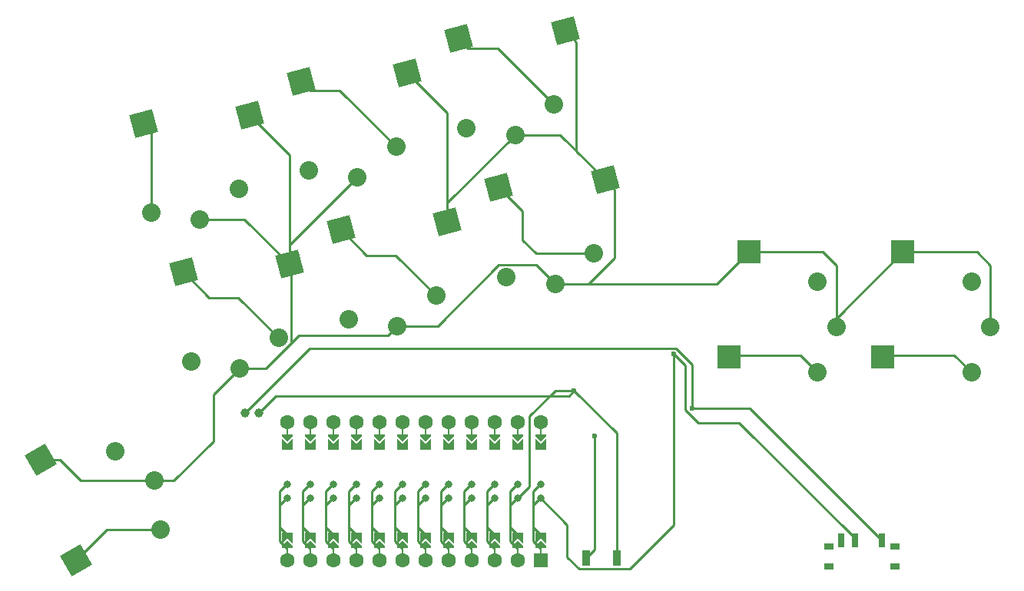
<source format=gbr>
%TF.GenerationSoftware,KiCad,Pcbnew,(6.0.5-0)*%
%TF.CreationDate,2022-07-11T16:51:09+02:00*%
%TF.ProjectId,kardV2,6b617264-5632-42e6-9b69-6361645f7063,v1.0.0*%
%TF.SameCoordinates,Original*%
%TF.FileFunction,Copper,L2,Bot*%
%TF.FilePolarity,Positive*%
%FSLAX46Y46*%
G04 Gerber Fmt 4.6, Leading zero omitted, Abs format (unit mm)*
G04 Created by KiCad (PCBNEW (6.0.5-0)) date 2022-07-11 16:51:09*
%MOMM*%
%LPD*%
G01*
G04 APERTURE LIST*
G04 Aperture macros list*
%AMRotRect*
0 Rectangle, with rotation*
0 The origin of the aperture is its center*
0 $1 length*
0 $2 width*
0 $3 Rotation angle, in degrees counterclockwise*
0 Add horizontal line*
21,1,$1,$2,0,0,$3*%
%AMFreePoly0*
4,1,5,0.125000,-0.500000,-0.125000,-0.500000,-0.125000,0.500000,0.125000,0.500000,0.125000,-0.500000,0.125000,-0.500000,$1*%
%AMFreePoly1*
4,1,6,0.600000,-0.250000,-0.600000,-0.250000,-0.600000,1.000000,0.000000,0.400000,0.600000,1.000000,0.600000,-0.250000,0.600000,-0.250000,$1*%
%AMFreePoly2*
4,1,6,0.600000,0.200000,0.000000,-0.400000,-0.600000,0.200000,-0.600000,0.400000,0.600000,0.400000,0.600000,0.200000,0.600000,0.200000,$1*%
%AMFreePoly3*
4,1,49,0.004773,0.123721,0.009154,0.124665,0.028961,0.117240,0.062500,0.108253,0.068237,0.102516,0.075053,0.099961,0.087617,0.083136,0.108253,0.062500,0.111178,0.051584,0.117161,0.043572,0.118539,0.024114,0.125000,0.000000,0.121239,-0.014035,0.122131,-0.026629,0.113759,-0.041951,0.108253,-0.062500,0.095644,-0.075109,0.088389,-0.088388,-0.641000,-0.817776,-0.641000,-4.770224,
0.088389,-5.499612,0.109852,-5.528356,0.124665,-5.597154,0.099961,-5.663053,0.043572,-5.705161,-0.026629,-5.710131,-0.088388,-5.676389,-0.854388,-4.910388,-0.867707,-4.892552,-0.871189,-4.889530,-0.871982,-4.886826,-0.875852,-4.881644,-0.882331,-4.851549,-0.891000,-4.822000,-0.891000,-0.766000,-0.887805,-0.743969,-0.888131,-0.739371,-0.886780,-0.736898,-0.885852,-0.730498,-0.869151,-0.704632,
-0.854388,-0.677612,-0.088388,0.088389,-0.064606,0.106147,-0.062500,0.108253,-0.061385,0.108552,-0.059644,0.109852,-0.043806,0.113262,0.000000,0.125000,0.004773,0.123721,0.004773,0.123721,$1*%
G04 Aperture macros list end*
%TA.AperFunction,SMDPad,CuDef*%
%ADD10RotRect,2.600000X2.600000X120.000000*%
%TD*%
%TA.AperFunction,ComponentPad*%
%ADD11C,2.032000*%
%TD*%
%TA.AperFunction,SMDPad,CuDef*%
%ADD12RotRect,2.600000X2.600000X15.000000*%
%TD*%
%TA.AperFunction,SMDPad,CuDef*%
%ADD13R,2.600000X2.600000*%
%TD*%
%TA.AperFunction,ComponentPad*%
%ADD14C,1.600000*%
%TD*%
%TA.AperFunction,ComponentPad*%
%ADD15R,1.600000X1.600000*%
%TD*%
%TA.AperFunction,SMDPad,CuDef*%
%ADD16FreePoly0,0.000000*%
%TD*%
%TA.AperFunction,SMDPad,CuDef*%
%ADD17FreePoly1,0.000000*%
%TD*%
%TA.AperFunction,SMDPad,CuDef*%
%ADD18FreePoly2,0.000000*%
%TD*%
%TA.AperFunction,SMDPad,CuDef*%
%ADD19FreePoly0,180.000000*%
%TD*%
%TA.AperFunction,SMDPad,CuDef*%
%ADD20FreePoly2,180.000000*%
%TD*%
%TA.AperFunction,SMDPad,CuDef*%
%ADD21FreePoly1,180.000000*%
%TD*%
%TA.AperFunction,SMDPad,CuDef*%
%ADD22FreePoly3,0.000000*%
%TD*%
%TA.AperFunction,SMDPad,CuDef*%
%ADD23FreePoly3,180.000000*%
%TD*%
%TA.AperFunction,ComponentPad*%
%ADD24C,0.800000*%
%TD*%
%TA.AperFunction,SMDPad,CuDef*%
%ADD25R,0.700000X1.500000*%
%TD*%
%TA.AperFunction,SMDPad,CuDef*%
%ADD26R,1.000000X0.800000*%
%TD*%
%TA.AperFunction,ComponentPad*%
%ADD27C,0.600000*%
%TD*%
%TA.AperFunction,SMDPad,CuDef*%
%ADD28R,0.900000X1.700000*%
%TD*%
%TA.AperFunction,ComponentPad*%
%ADD29C,1.000000*%
%TD*%
%TA.AperFunction,Conductor*%
%ADD30C,0.250000*%
%TD*%
G04 APERTURE END LIST*
D10*
%TO.P,S1,1*%
%TO.N,P10*%
X13871314Y-1152490D03*
%TO.P,S1,2*%
%TO.N,GND*%
X10001570Y9950103D03*
%TD*%
D11*
%TO.P,S2,1*%
%TO.N,P10*%
X23177562Y2228616D03*
%TO.P,S2,2*%
%TO.N,GND*%
X22496215Y7608743D03*
%TO.P,S2,1*%
%TO.N,P10*%
X18177562Y10888870D03*
%TO.P,S2,2*%
%TO.N,GND*%
X22496215Y7608743D03*
%TD*%
D12*
%TO.P,S3,1*%
%TO.N,P9*%
X25670026Y30637851D03*
%TO.P,S3,2*%
%TO.N,GND*%
X37395871Y31502174D03*
%TD*%
D11*
%TO.P,S4,1*%
%TO.N,P9*%
X26527289Y20773612D03*
%TO.P,S4,2*%
%TO.N,GND*%
X31900438Y20039263D03*
%TO.P,S4,1*%
%TO.N,P9*%
X36186548Y23361802D03*
%TO.P,S4,2*%
%TO.N,GND*%
X31900438Y20039263D03*
%TD*%
D12*
%TO.P,S5,1*%
%TO.N,P8*%
X21270102Y47058590D03*
%TO.P,S5,2*%
%TO.N,GND*%
X32995947Y47922913D03*
%TD*%
D11*
%TO.P,S6,1*%
%TO.N,P8*%
X22127365Y37194351D03*
%TO.P,S6,2*%
%TO.N,GND*%
X27500514Y36460002D03*
%TO.P,S6,1*%
%TO.N,P8*%
X31786624Y39782541D03*
%TO.P,S6,2*%
%TO.N,GND*%
X27500514Y36460002D03*
%TD*%
D12*
%TO.P,S7,1*%
%TO.N,P15*%
X43056691Y35296594D03*
%TO.P,S7,2*%
%TO.N,GND*%
X54782536Y36160917D03*
%TD*%
D11*
%TO.P,S8,1*%
%TO.N,P15*%
X43913954Y25432355D03*
%TO.P,S8,2*%
%TO.N,GND*%
X49287103Y24698006D03*
%TO.P,S8,1*%
%TO.N,P15*%
X53573213Y28020545D03*
%TO.P,S8,2*%
%TO.N,GND*%
X49287103Y24698006D03*
%TD*%
D12*
%TO.P,S9,1*%
%TO.N,P14*%
X38656767Y51717333D03*
%TO.P,S9,2*%
%TO.N,GND*%
X50382612Y52581656D03*
%TD*%
D11*
%TO.P,S10,1*%
%TO.N,P14*%
X39514030Y41853094D03*
%TO.P,S10,2*%
%TO.N,GND*%
X44887179Y41118745D03*
%TO.P,S10,1*%
%TO.N,P14*%
X49173289Y44441284D03*
%TO.P,S10,2*%
%TO.N,GND*%
X44887179Y41118745D03*
%TD*%
D12*
%TO.P,S11,1*%
%TO.N,P4*%
X60443356Y39955336D03*
%TO.P,S11,2*%
%TO.N,GND*%
X72169201Y40819659D03*
%TD*%
D11*
%TO.P,S12,1*%
%TO.N,P4*%
X61300619Y30091097D03*
%TO.P,S12,2*%
%TO.N,GND*%
X66673768Y29356748D03*
%TO.P,S12,1*%
%TO.N,P4*%
X70959878Y32679287D03*
%TO.P,S12,2*%
%TO.N,GND*%
X66673768Y29356748D03*
%TD*%
D12*
%TO.P,S13,1*%
%TO.N,P5*%
X56043432Y56376075D03*
%TO.P,S13,2*%
%TO.N,GND*%
X67769277Y57240398D03*
%TD*%
D11*
%TO.P,S14,1*%
%TO.N,P5*%
X56900695Y46511836D03*
%TO.P,S14,2*%
%TO.N,GND*%
X62273844Y45777487D03*
%TO.P,S14,1*%
%TO.N,P5*%
X66559954Y49100026D03*
%TO.P,S14,2*%
%TO.N,GND*%
X62273844Y45777487D03*
%TD*%
D13*
%TO.P,S15,1*%
%TO.N,P0*%
X85812954Y21312809D03*
%TO.P,S15,2*%
%TO.N,GND*%
X88012954Y32862809D03*
%TD*%
D11*
%TO.P,S16,1*%
%TO.N,P0*%
X95562954Y19587809D03*
%TO.P,S16,2*%
%TO.N,GND*%
X97662954Y24587809D03*
%TO.P,S16,1*%
%TO.N,P0*%
X95562954Y29587809D03*
%TO.P,S16,2*%
%TO.N,GND*%
X97662954Y24587809D03*
%TD*%
D13*
%TO.P,S17,1*%
%TO.N,P1*%
X102791388Y21313164D03*
%TO.P,S17,2*%
%TO.N,GND*%
X104991388Y32863164D03*
%TD*%
D11*
%TO.P,S18,1*%
%TO.N,P1*%
X112541388Y19588164D03*
%TO.P,S18,2*%
%TO.N,GND*%
X114641388Y24588164D03*
%TO.P,S18,1*%
%TO.N,P1*%
X112541388Y29588164D03*
%TO.P,S18,2*%
%TO.N,GND*%
X114641388Y24588164D03*
%TD*%
D14*
%TO.P,MCU1,*%
%TO.N,*%
X65043950Y14058291D03*
X62503950Y14058291D03*
X59963950Y14058291D03*
X57423950Y14058291D03*
X54883950Y14058291D03*
X52343950Y14058291D03*
X49803950Y14058291D03*
X47263950Y14058291D03*
X44723950Y14058291D03*
X42183950Y14058291D03*
X39643950Y14058291D03*
X37103950Y14058291D03*
X37103950Y-1181709D03*
X39643950Y-1181709D03*
X42183950Y-1181709D03*
X44723950Y-1181709D03*
X47263950Y-1181709D03*
X49803950Y-1181709D03*
X52343950Y-1181709D03*
X54883950Y-1181709D03*
X57423950Y-1181709D03*
X59963950Y-1181709D03*
X62503950Y-1181709D03*
X65043950Y-1181709D03*
D15*
X65043950Y-1181709D03*
D16*
X65043950Y12788291D03*
D17*
%TO.P,MCU1,1*%
%TO.N,RAW*%
X65043950Y11264291D03*
D18*
%TO.P,MCU1,*%
%TO.N,*%
X65043950Y12280291D03*
D16*
X62503950Y12788291D03*
D18*
X62503950Y12280291D03*
D17*
%TO.P,MCU1,2*%
%TO.N,N/C*%
X62503950Y11264291D03*
D16*
%TO.P,MCU1,*%
%TO.N,*%
X59963950Y12788291D03*
D18*
X59963950Y12280291D03*
D17*
%TO.P,MCU1,3*%
%TO.N,RST*%
X59963950Y11264291D03*
D16*
%TO.P,MCU1,*%
%TO.N,*%
X57423950Y12788291D03*
D18*
X57423950Y12280291D03*
D17*
%TO.P,MCU1,4*%
%TO.N,VCC*%
X57423950Y11264291D03*
D16*
%TO.P,MCU1,*%
%TO.N,*%
X54883950Y12788291D03*
D18*
X54883950Y12280291D03*
D17*
%TO.P,MCU1,5*%
%TO.N,P21*%
X54883950Y11264291D03*
D16*
%TO.P,MCU1,*%
%TO.N,*%
X52343950Y12788291D03*
D18*
X52343950Y12280291D03*
D17*
%TO.P,MCU1,6*%
%TO.N,P20*%
X52343950Y11264291D03*
D16*
%TO.P,MCU1,*%
%TO.N,*%
X49803950Y12788291D03*
D18*
X49803950Y12280291D03*
D17*
%TO.P,MCU1,7*%
%TO.N,P19*%
X49803950Y11264291D03*
D16*
%TO.P,MCU1,*%
%TO.N,*%
X47263950Y12788291D03*
D18*
X47263950Y12280291D03*
D17*
%TO.P,MCU1,8*%
%TO.N,P18*%
X47263950Y11264291D03*
D16*
%TO.P,MCU1,*%
%TO.N,*%
X44723950Y12788291D03*
D18*
X44723950Y12280291D03*
D17*
%TO.P,MCU1,9*%
%TO.N,P15*%
X44723950Y11264291D03*
D16*
%TO.P,MCU1,*%
%TO.N,*%
X42183950Y12788291D03*
D18*
X42183950Y12280291D03*
D17*
%TO.P,MCU1,10*%
%TO.N,P14*%
X42183950Y11264291D03*
D16*
%TO.P,MCU1,*%
%TO.N,*%
X39643950Y12788291D03*
D18*
X39643950Y12280291D03*
D17*
%TO.P,MCU1,11*%
%TO.N,P16*%
X39643950Y11264291D03*
D16*
%TO.P,MCU1,*%
%TO.N,*%
X37103950Y12788291D03*
D18*
X37103950Y12280291D03*
D17*
%TO.P,MCU1,12*%
%TO.N,P10*%
X37103950Y11264291D03*
D19*
%TO.P,MCU1,*%
%TO.N,*%
X65043950Y88291D03*
D20*
X65043950Y596291D03*
D21*
%TO.P,MCU1,24*%
%TO.N,P1*%
X65043950Y1612291D03*
%TO.P,MCU1,23*%
%TO.N,P0*%
X62503950Y1612291D03*
D19*
%TO.P,MCU1,*%
%TO.N,*%
X62503950Y88291D03*
D20*
X62503950Y596291D03*
D21*
%TO.P,MCU1,22*%
%TO.N,GND*%
X59963950Y1612291D03*
D19*
%TO.P,MCU1,*%
%TO.N,*%
X59963950Y88291D03*
D20*
X59963950Y596291D03*
D21*
%TO.P,MCU1,21*%
%TO.N,GND*%
X57423950Y1612291D03*
D19*
%TO.P,MCU1,*%
%TO.N,*%
X57423950Y88291D03*
D20*
X57423950Y596291D03*
D21*
%TO.P,MCU1,20*%
%TO.N,P2*%
X54883950Y1612291D03*
D19*
%TO.P,MCU1,*%
%TO.N,*%
X54883950Y88291D03*
D20*
X54883950Y596291D03*
D21*
%TO.P,MCU1,19*%
%TO.N,P3*%
X52343950Y1612291D03*
D19*
%TO.P,MCU1,*%
%TO.N,*%
X52343950Y88291D03*
D20*
X52343950Y596291D03*
D21*
%TO.P,MCU1,18*%
%TO.N,P4*%
X49803950Y1612291D03*
D19*
%TO.P,MCU1,*%
%TO.N,*%
X49803950Y88291D03*
D20*
X49803950Y596291D03*
D21*
%TO.P,MCU1,17*%
%TO.N,P5*%
X47263950Y1612291D03*
D19*
%TO.P,MCU1,*%
%TO.N,*%
X47263950Y88291D03*
D20*
X47263950Y596291D03*
D21*
%TO.P,MCU1,16*%
%TO.N,P6*%
X44723950Y1612291D03*
D19*
%TO.P,MCU1,*%
%TO.N,*%
X44723950Y88291D03*
D20*
X44723950Y596291D03*
D21*
%TO.P,MCU1,15*%
%TO.N,P7*%
X42183950Y1612291D03*
D19*
%TO.P,MCU1,*%
%TO.N,*%
X42183950Y88291D03*
D20*
X42183950Y596291D03*
D21*
%TO.P,MCU1,14*%
%TO.N,P8*%
X39643950Y1612291D03*
D19*
%TO.P,MCU1,*%
%TO.N,*%
X39643950Y88291D03*
D20*
X39643950Y596291D03*
D21*
%TO.P,MCU1,13*%
%TO.N,P9*%
X37103950Y1612291D03*
D19*
%TO.P,MCU1,*%
%TO.N,*%
X37103950Y88291D03*
D20*
X37103950Y596291D03*
D22*
%TO.P,MCU1,23*%
%TO.N,P0*%
X62503950Y7200291D03*
D23*
%TO.P,MCU1,2*%
%TO.N,GND*%
X62503950Y5676291D03*
D24*
X62503950Y5676291D03*
%TO.P,MCU1,23*%
%TO.N,P0*%
X62503950Y7200291D03*
%TO.P,MCU1,24*%
%TO.N,P1*%
X65043950Y7200291D03*
%TO.P,MCU1,1*%
%TO.N,RAW*%
X65043950Y5676291D03*
D22*
%TO.P,MCU1,24*%
%TO.N,P1*%
X65043950Y7200291D03*
D23*
%TO.P,MCU1,1*%
%TO.N,RAW*%
X65043950Y5676291D03*
D24*
%TO.P,MCU1,22*%
%TO.N,GND*%
X59963950Y7200291D03*
%TO.P,MCU1,3*%
%TO.N,RST*%
X59963950Y5676291D03*
D22*
%TO.P,MCU1,22*%
%TO.N,GND*%
X59963950Y7200291D03*
D23*
%TO.P,MCU1,3*%
%TO.N,RST*%
X59963950Y5676291D03*
D24*
%TO.P,MCU1,21*%
%TO.N,GND*%
X57423950Y7200291D03*
%TO.P,MCU1,4*%
%TO.N,VCC*%
X57423950Y5676291D03*
D22*
%TO.P,MCU1,21*%
%TO.N,GND*%
X57423950Y7200291D03*
D23*
%TO.P,MCU1,4*%
%TO.N,VCC*%
X57423950Y5676291D03*
D24*
%TO.P,MCU1,20*%
%TO.N,P2*%
X54883950Y7200291D03*
%TO.P,MCU1,5*%
%TO.N,P21*%
X54883950Y5676291D03*
D22*
%TO.P,MCU1,20*%
%TO.N,P2*%
X54883950Y7200291D03*
D23*
%TO.P,MCU1,5*%
%TO.N,P21*%
X54883950Y5676291D03*
D24*
%TO.P,MCU1,19*%
%TO.N,P3*%
X52343950Y7200291D03*
%TO.P,MCU1,6*%
%TO.N,P20*%
X52343950Y5676291D03*
D22*
%TO.P,MCU1,19*%
%TO.N,P3*%
X52343950Y7200291D03*
D23*
%TO.P,MCU1,6*%
%TO.N,P20*%
X52343950Y5676291D03*
D24*
%TO.P,MCU1,18*%
%TO.N,P4*%
X49803950Y7200291D03*
%TO.P,MCU1,7*%
%TO.N,P19*%
X49803950Y5676291D03*
D22*
%TO.P,MCU1,18*%
%TO.N,P4*%
X49803950Y7200291D03*
D23*
%TO.P,MCU1,7*%
%TO.N,P19*%
X49803950Y5676291D03*
D24*
%TO.P,MCU1,17*%
%TO.N,P5*%
X47263950Y7200291D03*
%TO.P,MCU1,8*%
%TO.N,P18*%
X47263950Y5676291D03*
D22*
%TO.P,MCU1,17*%
%TO.N,P5*%
X47263950Y7200291D03*
D23*
%TO.P,MCU1,8*%
%TO.N,P18*%
X47263950Y5676291D03*
D24*
%TO.P,MCU1,16*%
%TO.N,P6*%
X44723950Y7200291D03*
%TO.P,MCU1,9*%
%TO.N,P15*%
X44723950Y5676291D03*
D22*
%TO.P,MCU1,16*%
%TO.N,P6*%
X44723950Y7200291D03*
D23*
%TO.P,MCU1,9*%
%TO.N,P15*%
X44723950Y5676291D03*
D24*
%TO.P,MCU1,15*%
%TO.N,P7*%
X42183950Y7200291D03*
%TO.P,MCU1,10*%
%TO.N,P14*%
X42183950Y5676291D03*
D22*
%TO.P,MCU1,15*%
%TO.N,P7*%
X42183950Y7200291D03*
D23*
%TO.P,MCU1,10*%
%TO.N,P14*%
X42183950Y5676291D03*
D24*
%TO.P,MCU1,14*%
%TO.N,P8*%
X39643950Y7200291D03*
%TO.P,MCU1,11*%
%TO.N,P16*%
X39643950Y5676291D03*
D22*
%TO.P,MCU1,14*%
%TO.N,P8*%
X39643950Y7200291D03*
D23*
%TO.P,MCU1,11*%
%TO.N,P16*%
X39643950Y5676291D03*
D24*
%TO.P,MCU1,13*%
%TO.N,P9*%
X37103950Y7200291D03*
%TO.P,MCU1,12*%
%TO.N,P10*%
X37103950Y5676291D03*
D22*
%TO.P,MCU1,13*%
%TO.N,P9*%
X37103950Y7200291D03*
D23*
%TO.P,MCU1,12*%
%TO.N,P10*%
X37103950Y5676291D03*
%TD*%
D25*
%TO.P,,1*%
%TO.N,pos*%
X102691388Y1018164D03*
%TO.P,,2*%
%TO.N,RAW*%
X99691388Y1018164D03*
%TO.P,,3*%
%TO.N,N/C*%
X98191388Y1018164D03*
D26*
%TO.P,,*%
%TO.N,*%
X104091388Y-1841836D03*
X96791388Y-1841836D03*
X96791388Y368164D03*
X104091388Y368164D03*
%TD*%
D27*
%TO.P,REF\u002A\u002A,1*%
%TO.N,RAW*%
X79762954Y21587809D03*
%TD*%
%TO.P,REF\u002A\u002A,1*%
%TO.N,pos*%
X81762954Y15587809D03*
%TD*%
%TO.P,REF\u002A\u002A,1*%
%TO.N,GND*%
X68762954Y17587809D03*
%TD*%
%TO.P,REF\u002A\u002A,1*%
%TO.N,RST*%
X71012954Y12587809D03*
%TD*%
D28*
%TO.P,,1*%
%TO.N,RST*%
X70062954Y-912191D03*
%TO.P,,2*%
%TO.N,GND*%
X73462954Y-912191D03*
%TD*%
D29*
%TO.P,,1*%
%TO.N,pos*%
X32470416Y15113041D03*
%TO.P,,2*%
%TO.N,GND*%
X33970416Y15113041D03*
%TD*%
D30*
%TO.N,GND*%
X24608743Y7608743D02*
X29000000Y12000000D01*
X22496215Y7608743D02*
X24608743Y7608743D01*
X29000000Y17138825D02*
X31900438Y20039263D01*
X29000000Y12000000D02*
X29000000Y17138825D01*
%TO.N,P10*%
X13871314Y-1152490D02*
X17252420Y2228616D01*
X17252420Y2228616D02*
X23177562Y2228616D01*
%TO.N,GND*%
X22496215Y7608743D02*
X14391257Y7608743D01*
X14391257Y7608743D02*
X12049897Y9950103D01*
X12049897Y9950103D02*
X10001570Y9950103D01*
%TO.N,P8*%
X22127365Y37194351D02*
X22127365Y46201327D01*
X22127365Y46201327D02*
X21270102Y47058590D01*
%TO.N,GND*%
X27500514Y36460002D02*
X32438043Y36460002D01*
X32438043Y36460002D02*
X37395871Y31502174D01*
%TO.N,P9*%
X36186548Y23361802D02*
X31721104Y27827246D01*
X31721104Y27827246D02*
X28480631Y27827246D01*
X28480631Y27827246D02*
X25670026Y30637851D01*
%TO.N,GND*%
X37395871Y31502174D02*
X37527059Y31370986D01*
X37527059Y22806543D02*
X34759779Y20039263D01*
X37527059Y31370986D02*
X37527059Y22806543D01*
X34759779Y20039263D02*
X31900438Y20039263D01*
X32995947Y47922913D02*
X37395871Y43522989D01*
X37395871Y43522989D02*
X37395871Y31502174D01*
X54782536Y36160917D02*
X54782536Y48181732D01*
X54782536Y48181732D02*
X50382612Y52581656D01*
%TO.N,P14*%
X49173289Y44441284D02*
X42924128Y50690445D01*
X39683655Y50690445D02*
X38656767Y51717333D01*
X42924128Y50690445D02*
X39683655Y50690445D01*
%TO.N,GND*%
X44887179Y41118745D02*
X37395871Y33627437D01*
X37395871Y33627437D02*
X37395871Y31502174D01*
X49287103Y24698006D02*
X48271104Y23682007D01*
X48271104Y23682007D02*
X38402523Y23682007D01*
X38402523Y23682007D02*
X34759779Y20039263D01*
%TO.N,P5*%
X66559954Y49100026D02*
X60310793Y55349187D01*
X60310793Y55349187D02*
X57070320Y55349187D01*
X57070320Y55349187D02*
X56043432Y56376075D01*
%TO.N,GND*%
X62273844Y45777487D02*
X54782536Y38286179D01*
X54782536Y38286179D02*
X54782536Y36160917D01*
X62273844Y45777487D02*
X67211373Y45777487D01*
X67211373Y45777487D02*
X72169201Y40819659D01*
X72169201Y40819659D02*
X69000000Y43988860D01*
X69000000Y43988860D02*
X69000000Y56009675D01*
X69000000Y56009675D02*
X67769277Y57240398D01*
%TO.N,P4*%
X60443356Y39955336D02*
X63057715Y37340977D01*
X63057715Y34190408D02*
X64568836Y32679287D01*
X63057715Y37340977D02*
X63057715Y34190408D01*
X64568836Y32679287D02*
X70959878Y32679287D01*
%TO.N,P15*%
X53573213Y28020545D02*
X49107769Y32485989D01*
X49107769Y32485989D02*
X45867296Y32485989D01*
X45867296Y32485989D02*
X43056691Y35296594D01*
%TO.N,GND*%
X66673768Y29356748D02*
X64598908Y31431608D01*
X53698006Y24698006D02*
X49287103Y24698006D01*
X64598908Y31431608D02*
X60431608Y31431608D01*
X60431608Y31431608D02*
X53698006Y24698006D01*
X72169201Y40819659D02*
X73230647Y39758213D01*
X73230647Y39758213D02*
X73230647Y32230647D01*
X73230647Y32230647D02*
X70356748Y29356748D01*
X70356748Y29356748D02*
X66673768Y29356748D01*
X88012954Y32862809D02*
X84506893Y29356748D01*
X84506893Y29356748D02*
X66673768Y29356748D01*
%TO.N,P0*%
X85812954Y21312809D02*
X85962475Y21462330D01*
X85962475Y21462330D02*
X93688433Y21462330D01*
X93688433Y21462330D02*
X95562954Y19587809D01*
%TO.N,GND*%
X97662954Y24587809D02*
X97662954Y31337046D01*
X97662954Y31337046D02*
X96137191Y32862809D01*
X96137191Y32862809D02*
X88012954Y32862809D01*
X97662954Y24587809D02*
X97662954Y25534730D01*
X97662954Y25534730D02*
X104991388Y32863164D01*
X114641388Y24588164D02*
X114641388Y31358612D01*
X114641388Y31358612D02*
X113136836Y32863164D01*
X113136836Y32863164D02*
X104991388Y32863164D01*
%TO.N,P1*%
X102791388Y21313164D02*
X102940909Y21462685D01*
X102940909Y21462685D02*
X110666867Y21462685D01*
X110666867Y21462685D02*
X112541388Y19588164D01*
%TO.N,GND*%
X68762954Y17587809D02*
X66692190Y17587809D01*
X66692190Y17587809D02*
X63828430Y14724049D01*
X63828430Y7000771D02*
X62503950Y5676291D01*
X63828430Y14724049D02*
X63828430Y7000771D01*
X68762954Y17587809D02*
X68175145Y17000000D01*
X68175145Y17000000D02*
X35857375Y17000000D01*
X35857375Y17000000D02*
X33970416Y15113041D01*
X73462954Y-912191D02*
X73462954Y12887809D01*
X73462954Y12887809D02*
X68762954Y17587809D01*
%TO.N,RST*%
X71012954Y12587809D02*
X71012954Y37809D01*
X71012954Y37809D02*
X70062954Y-912191D01*
%TO.N,RAW*%
X79762954Y21587809D02*
X79762954Y2762954D01*
X68000000Y-798259D02*
X68000000Y2720241D01*
X68000000Y2720241D02*
X65043950Y5676291D01*
X79762954Y2762954D02*
X74913298Y-2086702D01*
X74913298Y-2086702D02*
X69288443Y-2086702D01*
X69288443Y-2086702D02*
X68000000Y-798259D01*
X79762954Y21587809D02*
X81000000Y20350763D01*
X99691388Y1267186D02*
X99691388Y1018164D01*
X81000000Y20350763D02*
X81000000Y15467570D01*
X81000000Y15467570D02*
X82467570Y14000000D01*
X82467570Y14000000D02*
X86958574Y14000000D01*
X86958574Y14000000D02*
X99691388Y1267186D01*
%TO.N,pos*%
X81762954Y15587809D02*
X81762954Y20471002D01*
X81762954Y20471002D02*
X80021636Y22212320D01*
X80021636Y22212320D02*
X39569695Y22212320D01*
X39569695Y22212320D02*
X32470416Y15113041D01*
X102691388Y1018164D02*
X88121743Y15587809D01*
X88121743Y15587809D02*
X81762954Y15587809D01*
%TD*%
M02*

</source>
